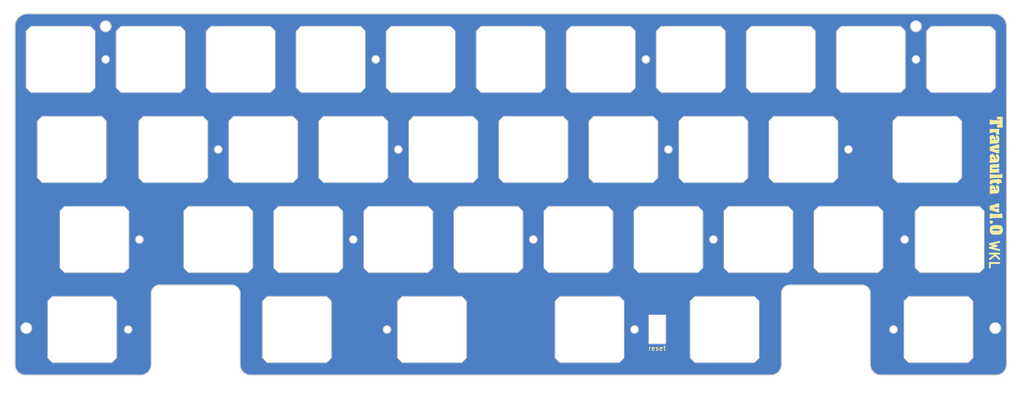
<source format=kicad_pcb>
(kicad_pcb (version 20221018) (generator pcbnew)
  (layers (0 "F.Cu" signal) (1 "In1.Cu" signal) (2 "In2.Cu" signal) (31 "B.Cu" signal) (34 "B.Paste" user) (35 "F.Paste" user) (36 "B.SilkS" user "B.Silkscreen") (37 "F.SilkS" user "F.Silkscreen") (38 "B.Mask" user) (39 "F.Mask" user) (44 "Edge.Cuts" user))
  (net 0 "")
  (net 1 "GND")
  (footprint "cipulot_parts:ecs_plate_cut_1U" (layer "F.Cu") (at 194.47 114.3)
    (fp_text reference "REF**")
    (fp_text value "Value " hide)
    (fp_line (start -7.3 -6) (end -7.3 6) (stroke (width 0.12)) (layer "Edge.Cuts"))
    (fp_line (start -7.3 6) (end -6.3 7) (stroke (width 0.12)) (layer "Edge.Cuts"))
    (fp_line (start -6.3 -7) (end -7.3 -6) (stroke (width 0.12)) (layer "Edge.Cuts"))
    (fp_line (start -6.3 7) (end 6.3 7) (stroke (width 0.12)) (layer "Edge.Cuts"))
    (fp_line (start 6.3 -7) (end -6.3 -7) (stroke (width 0.12)) (layer "Edge.Cuts"))
    (fp_line (start 6.3 -7) (end 7.3 -6) (stroke (width 0.12)) (layer "Edge.Cuts"))
    (fp_line (start 6.3 7) (end 7.3 6) (stroke (width 0.12)) (layer "Edge.Cuts"))
    (fp_line (start 7.3 6) (end 7.3 -6) (stroke (width 0.12)) (layer "Edge.Cuts"))
  )
  (footprint "cipulot_parts:ecs_plate_cut_1U" (layer "F.Cu") (at 225.425 57.15)
    (fp_text reference "REF**")
    (fp_text value "Value " hide)
    (fp_line (start -7.3 -6) (end -7.3 6) (stroke (width 0.12)) (layer "Edge.Cuts"))
    (fp_line (start -7.3 6) (end -6.3 7) (stroke (width 0.12)) (layer "Edge.Cuts"))
    (fp_line (start -6.3 -7) (end -7.3 -6) (stroke (width 0.12)) (layer "Edge.Cuts"))
    (fp_line (start -6.3 7) (end 6.3 7) (stroke (width 0.12)) (layer "Edge.Cuts"))
    (fp_line (start 6.3 -7) (end -6.3 -7) (stroke (width 0.12)) (layer "Edge.Cuts"))
    (fp_line (start 6.3 -7) (end 7.3 -6) (stroke (width 0.12)) (layer "Edge.Cuts"))
    (fp_line (start 6.3 7) (end 7.3 6) (stroke (width 0.12)) (layer "Edge.Cuts"))
    (fp_line (start 7.3 6) (end 7.3 -6) (stroke (width 0.12)) (layer "Edge.Cuts"))
  )
  (footprint "cipulot_parts:ecs_plate_cut_1U" (layer "F.Cu") (at 77.7875 76.2)
    (fp_text reference "REF**")
    (fp_text value "Value " hide)
    (fp_line (start -7.3 -6) (end -7.3 6) (stroke (width 0.12)) (layer "Edge.Cuts"))
    (fp_line (start -7.3 6) (end -6.3 7) (stroke (width 0.12)) (layer "Edge.Cuts"))
    (fp_line (start -6.3 -7) (end -7.3 -6) (stroke (width 0.12)) (layer "Edge.Cuts"))
    (fp_line (start -6.3 7) (end 6.3 7) (stroke (width 0.12)) (layer "Edge.Cuts"))
    (fp_line (start 6.3 -7) (end -6.3 -7) (stroke (width 0.12)) (layer "Edge.Cuts"))
    (fp_line (start 6.3 -7) (end 7.3 -6) (stroke (width 0.12)) (layer "Edge.Cuts"))
    (fp_line (start 6.3 7) (end 7.3 6) (stroke (width 0.12)) (layer "Edge.Cuts"))
    (fp_line (start 7.3 6) (end 7.3 -6) (stroke (width 0.12)) (layer "Edge.Cuts"))
  )
  (footprint "cipulot_parts:ecs_plate_cut_1U" (layer "F.Cu") (at 206.375 57.15)
    (fp_text reference "REF**")
    (fp_text value "Value " hide)
    (fp_line (start -7.3 -6) (end -7.3 6) (stroke (width 0.12)) (layer "Edge.Cuts"))
    (fp_line (start -7.3 6) (end -6.3 7) (stroke (width 0.12)) (layer "Edge.Cuts"))
    (fp_line (start -6.3 -7) (end -7.3 -6) (stroke (width 0.12)) (layer "Edge.Cuts"))
    (fp_line (start -6.3 7) (end 6.3 7) (stroke (width 0.12)) (layer "Edge.Cuts"))
    (fp_line (start 6.3 -7) (end -6.3 -7) (stroke (width 0.12)) (layer "Edge.Cuts"))
    (fp_line (start 6.3 -7) (end 7.3 -6) (stroke (width 0.12)) (layer "Edge.Cuts"))
    (fp_line (start 6.3 7) (end 7.3 6) (stroke (width 0.12)) (layer "Edge.Cuts"))
    (fp_line (start 7.3 6) (end 7.3 -6) (stroke (width 0.12)) (layer "Edge.Cuts"))
  )
  (footprint "cipulot_parts:ecs_plate_cut_1U" (layer "F.Cu") (at 125.4125 95.25)
    (fp_text reference "REF**")
    (fp_text value "Value " hide)
    (fp_line (start -7.3 -6) (end -7.3 6) (stroke (width 0.12)) (layer "Edge.Cuts"))
    (fp_line (start -7.3 6) (end -6.3 7) (stroke (width 0.12)) (layer "Edge.Cuts"))
    (fp_line (start -6.3 -7) (end -7.3 -6) (stroke (width 0.12)) (layer "Edge.Cuts"))
    (fp_line (start -6.3 7) (end 6.3 7) (stroke (width 0.12)) (layer "Edge.Cuts"))
    (fp_line (start 6.3 -7) (end -6.3 -7) (stroke (width 0.12)) (layer "Edge.Cuts"))
    (fp_line (start 6.3 -7) (end 7.3 -6) (stroke (width 0.12)) (layer "Edge.Cuts"))
    (fp_line (start 6.3 7) (end 7.3 6) (stroke (width 0.12)) (layer "Edge.Cuts"))
    (fp_line (start 7.3 6) (end 7.3 -6) (stroke (width 0.12)) (layer "Edge.Cuts"))
  )
  (footprint "cipulot_parts:ecs_plate_cut_1U" (layer "F.Cu") (at 115.8875 76.2)
    (fp_text reference "REF**")
    (fp_text value "Value " hide)
    (fp_line (start -7.3 -6) (end -7.3 6) (stroke (width 0.12)) (layer "Edge.Cuts"))
    (fp_line (start -7.3 6) (end -6.3 7) (stroke (width 0.12)) (layer "Edge.Cuts"))
    (fp_line (start -6.3 -7) (end -7.3 -6) (stroke (width 0.12)) (layer "Edge.Cuts"))
    (fp_line (start -6.3 7) (end 6.3 7) (stroke (width 0.12)) (layer "Edge.Cuts"))
    (fp_line (start 6.3 -7) (end -6.3 -7) (stroke (width 0.12)) (layer "Edge.Cuts"))
    (fp_line (start 6.3 -7) (end 7.3 -6) (stroke (width 0.12)) (layer "Edge.Cuts"))
    (fp_line (start 6.3 7) (end 7.3 6) (stroke (width 0.12)) (layer "Edge.Cuts"))
    (fp_line (start 7.3 6) (end 7.3 -6) (stroke (width 0.12)) (layer "Edge.Cuts"))
  )
  (footprint "cipulot_parts:ecs_plate_cut_1U" (layer "F.Cu") (at 163.5125 95.25)
    (fp_text reference "REF**")
    (fp_text value "Value " hide)
    (fp_line (start -7.3 -6) (end -7.3 6) (stroke (width 0.12)) (layer "Edge.Cuts"))
    (fp_line (start -7.3 6) (end -6.3 7) (stroke (width 0.12)) (layer "Edge.Cuts"))
    (fp_line (start -6.3 -7) (end -7.3 -6) (stroke (width 0.12)) (layer "Edge.Cuts"))
    (fp_line (start -6.3 7) (end 6.3 7) (stroke (width 0.12)) (layer "Edge.Cuts"))
    (fp_line (start 6.3 -7) (end -6.3 -7) (stroke (width 0.12)) (layer "Edge.Cuts"))
    (fp_line (start 6.3 -7) (end 7.3 -6) (stroke (width 0.12)) (layer "Edge.Cuts"))
    (fp_line (start 6.3 7) (end 7.3 6) (stroke (width 0.12)) (layer "Edge.Cuts"))
    (fp_line (start 7.3 6) (end 7.3 -6) (stroke (width 0.12)) (layer "Edge.Cuts"))
  )
  (footprint "cipulot_parts:ecs_plate_cut_1U" (layer "F.Cu") (at 153.9875 76.2)
    (fp_text reference "REF**")
    (fp_text value "Value " hide)
    (fp_line (start -7.3 -6) (end -7.3 6) (stroke (width 0.12)) (layer "Edge.Cuts"))
    (fp_line (start -7.3 6) (end -6.3 7) (stroke (width 0.12)) (layer "Edge.Cuts"))
    (fp_line (start -6.3 -7) (end -7.3 -6) (stroke (width 0.12)) (layer "Edge.Cuts"))
    (fp_line (start -6.3 7) (end 6.3 7) (stroke (width 0.12)) (layer "Edge.Cuts"))
    (fp_line (start 6.3 -7) (end -6.3 -7) (stroke (width 0.12)) (layer "Edge.Cuts"))
    (fp_line (start 6.3 -7) (end 7.3 -6) (stroke (width 0.12)) (layer "Edge.Cuts"))
    (fp_line (start 6.3 7) (end 7.3 6) (stroke (width 0.12)) (layer "Edge.Cuts"))
    (fp_line (start 7.3 6) (end 7.3 -6) (stroke (width 0.12)) (layer "Edge.Cuts"))
  )
  (footprint "cipulot_parts:ecs_plate_cut_1U" (layer "F.Cu") (at 168.275 57.15)
    (fp_text reference "REF**")
    (fp_text value "Value " hide)
    (fp_line (start -7.3 -6) (end -7.3 6) (stroke (width 0.12)) (layer "Edge.Cuts"))
    (fp_line (start -7.3 6) (end -6.3 7) (stroke (width 0.12)) (layer "Edge.Cuts"))
    (fp_line (start -6.3 -7) (end -7.3 -6) (stroke (width 0.12)) (layer "Edge.Cuts"))
    (fp_line (start -6.3 7) (end 6.3 7) (stroke (width 0.12)) (layer "Edge.Cuts"))
    (fp_line (start 6.3 -7) (end -6.3 -7) (stroke (width 0.12)) (layer "Edge.Cuts"))
    (fp_line (start 6.3 -7) (end 7.3 -6) (stroke (width 0.12)) (layer "Edge.Cuts"))
    (fp_line (start 6.3 7) (end 7.3 6) (stroke (width 0.12)) (layer "Edge.Cuts"))
    (fp_line (start 7.3 6) (end 7.3 -6) (stroke (width 0.12)) (layer "Edge.Cuts"))
  )
  (footprint "cipulot_parts:ecs_plate_cut_1U" (layer "F.Cu") (at 134.9375 76.2)
    (fp_text reference "REF**")
    (fp_text value "Value " hide)
    (fp_line (start -7.3 -6) (end -7.3 6) (stroke (width 0.12)) (layer "Edge.Cuts"))
    (fp_line (start -7.3 6) (end -6.3 7) (stroke (width 0.12)) (layer "Edge.Cuts"))
    (fp_line (start -6.3 -7) (end -7.3 -6) (stroke (width 0.12)) (layer "Edge.Cuts"))
    (fp_line (start -6.3 7) (end 6.3 7) (stroke (width 0.12)) (layer "Edge.Cuts"))
    (fp_line (start 6.3 -7) (end -6.3 -7) (stroke (width 0.12)) (layer "Edge.Cuts"))
    (fp_line (start 6.3 -7) (end 7.3 -6) (stroke (width 0.12)) (layer "Edge.Cuts"))
    (fp_line (start 6.3 7) (end 7.3 6) (stroke (width 0.12)) (layer "Edge.Cuts"))
    (fp_line (start 7.3 6) (end 7.3 -6) (stroke (width 0.12)) (layer "Edge.Cuts"))
  )
  (footprint "cipulot_parts:ecs_plate_cut_1U" (layer "F.Cu") (at 130.175 57.15)
    (fp_text reference "REF**")
    (fp_text value "Value " hide)
    (fp_line (start -7.3 -6) (end -7.3 6) (stroke (width 0.12)) (layer "Edge.Cuts"))
    (fp_line (start -7.3 6) (end -6.3 7) (stroke (width 0.12)) (layer "Edge.Cuts"))
    (fp_line (start -6.3 -7) (end -7.3 -6) (stroke (width 0.12)) (layer "Edge.Cuts"))
    (fp_line (start -6.3 7) (end 6.3 7) (stroke (width 0.12)) (layer "Edge.Cuts"))
    (fp_line (start 6.3 -7) (end -6.3 -7) (stroke (width 0.12)) (layer "Edge.Cuts"))
    (fp_line (start 6.3 -7) (end 7.3 -6) (stroke (width 0.12)) (layer "Edge.Cuts"))
    (fp_line (start 6.3 7) (end 7.3 6) (stroke (width 0.12)) (layer "Edge.Cuts"))
    (fp_line (start 7.3 6) (end 7.3 -6) (stroke (width 0.12)) (layer "Edge.Cuts"))
  )
  (footprint "cipulot_parts:ecs_plate_cut_1U" (layer "F.Cu") (at 220.6625 95.25)
    (fp_text reference "REF**")
    (fp_text value "Value " hide)
    (fp_line (start -7.3 -6) (end -7.3 6) (stroke (width 0.12)) (layer "Edge.Cuts"))
    (fp_line (start -7.3 6) (end -6.3 7) (stroke (width 0.12)) (layer "Edge.Cuts"))
    (fp_line (start -6.3 -7) (end -7.3 -6) (stroke (width 0.12)) (layer "Edge.Cuts"))
    (fp_line (start -6.3 7) (end 6.3 7) (stroke (width 0.12)) (layer "Edge.Cuts"))
    (fp_line (start 6.3 -7) (end -6.3 -7) (stroke (width 0.12)) (layer "Edge.Cuts"))
    (fp_line (start 6.3 -7) (end 7.3 -6) (stroke (width 0.12)) (layer "Edge.Cuts"))
    (fp_line (start 6.3 7) (end 7.3 6) (stroke (width 0.12)) (layer "Edge.Cuts"))
    (fp_line (start 7.3 6) (end 7.3 -6) (stroke (width 0.12)) (layer "Edge.Cuts"))
  )
  (footprint "cipulot_parts:ecs_plate_cut_1U" (layer "F.Cu") (at 92.075 57.15)
    (fp_text reference "REF**")
    (fp_text value "Value " hide)
    (fp_line (start -7.3 -6) (end -7.3 6) (stroke (width 0.12)) (layer "Edge.Cuts"))
    (fp_line (start -7.3 6) (end -6.3 7) (stroke (width 0.12)) (layer "Edge.Cuts"))
    (fp_line (start -6.3 -7) (end -7.3 -6) (stroke (width 0.12)) (layer "Edge.Cuts"))
    (fp_line (start -6.3 7) (end 6.3 7) (stroke (width 0.12)) (layer "Edge.Cuts"))
    (fp_line (start 6.3 -7) (end -6.3 -7) (stroke (width 0.12)) (layer "Edge.Cuts"))
    (fp_line (start 6.3 -7) (end 7.3 -6) (stroke (width 0.12)) (layer "Edge.Cuts"))
    (fp_line (start 6.3 7) (end 7.3 6) (stroke (width 0.12)) (layer "Edge.Cuts"))
    (fp_line (start 7.3 6) (end 7.3 -6) (stroke (width 0.12)) (layer "Edge.Cuts"))
  )
  (footprint "cipulot_parts:ecs_plate_cut_1U" (layer "F.Cu") (at 58.53125 114.3)
    (fp_text reference "REF**")
    (fp_text value "Value " hide)
    (fp_line (start -7.3 -6) (end -7.3 6) (stroke (width 0.12)) (layer "Edge.Cuts"))
    (fp_line (start -7.3 6) (end -6.3 7) (stroke (width 0.12)) (layer "Edge.Cuts"))
    (fp_line (start -6.3 -7) (end -7.3 -6) (stroke (width 0.12)) (layer "Edge.Cuts"))
    (fp_line (start -6.3 7) (end 6.3 7) (stroke (width 0.12)) (layer "Edge.Cuts"))
    (fp_line (start 6.3 -7) (end -6.3 -7) (stroke (width 0.12)) (layer "Edge.Cuts"))
    (fp_line (start 6.3 -7) (end 7.3 -6) (stroke (width 0.12)) (layer "Edge.Cuts"))
    (fp_line (start 6.3 7) (end 7.3 6) (stroke (width 0.12)) (layer "Edge.Cuts"))
    (fp_line (start 7.3 6) (end 7.3 -6) (stroke (width 0.12)) (layer "Edge.Cuts"))
  )
  (footprint "cipulot_parts:ecs_plate_cut_1U" (layer "F.Cu") (at 87.3125 95.25)
    (fp_text reference "REF**")
    (fp_text value "Value " hide)
    (fp_line (start -7.3 -6) (end -7.3 6) (stroke (width 0.12)) (layer "Edge.Cuts"))
    (fp_line (start -7.3 6) (end -6.3 7) (stroke (width 0.12)) (layer "Edge.Cuts"))
    (fp_line (start -6.3 -7) (end -7.3 -6) (stroke (width 0.12)) (layer "Edge.Cuts"))
    (fp_line (start -6.3 7) (end 6.3 7) (stroke (width 0.12)) (layer "Edge.Cuts"))
    (fp_line (start 6.3 -7) (end -6.3 -7) (stroke (width 0.12)) (layer "Edge.Cuts"))
    (fp_line (start 6.3 -7) (end 7.3 -6) (stroke (width 0.12)) (layer "Edge.Cuts"))
    (fp_line (start 6.3 7) (end 7.3 6) (stroke (width 0.12)) (layer "Edge.Cuts"))
    (fp_line (start 7.3 6) (end 7.3 -6) (stroke (width 0.12)) (layer "Edge.Cuts"))
  )
  (footprint "cipulot_parts:ecs_plate_cut_1U" (layer "F.Cu") (at 53.975 57.15)
    (fp_text reference "REF**")
    (fp_text value "Value " hide)
    (fp_line (start -7.3 -6) (end -7.3 6) (stroke (width 0.12)) (layer "Edge.Cuts"))
    (fp_line (start -7.3 6) (end -6.3 7) (stroke (width 0.12)) (layer "Edge.Cuts"))
    (fp_line (start -6.3 -7) (end -7.3 -6) (stroke (width 0.12)) (layer "Edge.Cuts"))
    (fp_line (start -6.3 7) (end 6.3 7) (stroke (width 0.12)) (layer "Edge.Cuts"))
    (fp_line (start 6.3 -7) (end -6.3 -7) (stroke (width 0.12)) (layer "Edge.Cuts"))
    (fp_line (start 6.3 -7) (end 7.3 -6) (stroke (width 0.12)) (layer "Edge.Cuts"))
    (fp_line (start 6.3 7) (end 7.3 6) (stroke (width 0.12)) (layer "Edge.Cuts"))
    (fp_line (start 7.3 6) (end 7.3 -6) (stroke (width 0.12)) (layer "Edge.Cuts"))
  )
  (footprint "cipulot_parts:ecs_plate_cut_1U" (layer "F.Cu") (at 165.892 114.3)
    (fp_text reference "REF**")
    (fp_text value "Value " hide)
    (fp_line (start -7.3 -6) (end -7.3 6) (stroke (width 0.12)) (layer "Edge.Cuts"))
    (fp_line (start -7.3 6) (end -6.3 7) (stroke (width 0.12)) (layer "Edge.Cuts"))
    (fp_line (start -6.3 -7) (end -7.3 -6) (stroke (width 0.12)) (layer "Edge.Cuts"))
    (fp_line (start -6.3 7) (end 6.3 7) (stroke (width 0.12)) (layer "Edge.Cuts"))
    (fp_line (start 6.3 -7) (end -6.3 -7) (stroke (width 0.12)) (layer "Edge.Cuts"))
    (fp_line (start 6.3 -7) (end 7.3 -6) (stroke (width 0.12)) (layer "Edge.Cuts"))
    (fp_line (start 6.3 7) (end 7.3 6) (stroke (width 0.12)) (layer "Edge.Cuts"))
    (fp_line (start 7.3 6) (end 7.3 -6) (stroke (width 0.12)) (layer "Edge.Cuts"))
  )
  (footprint "cipulot_parts:ecs_plate_cut_1U" (layer "F.Cu") (at 182.5625 95.25)
    (fp_text reference "REF**")
    (fp_text value "Value " hide)
    (fp_line (start -7.3 -6) (end -7.3 6) (stroke (width 0.12)) (layer "Edge.Cuts"))
    (fp_line (start -7.3 6) (end -6.3 7) (stroke (width 0.12)) (layer "Edge.Cuts"))
    (fp_line (start -6.3 -7) (end -7.3 -6) (stroke (width 0.12)) (layer "Edge.Cuts"))
    (fp_line (start -6.3 7) (end 6.3 7) (stroke (width 0.12)) (layer "Edge.Cuts"))
    (fp_line (start 6.3 -7) (end -6.3 -7) (stroke (width 0.12)) (layer "Edge.Cuts"))
    (fp_line (start 6.3 -7) (end 7.3 -6) (stroke (width 0.12)) (layer "Edge.Cuts"))
    (fp_line (start 6.3 7) (end 7.3 6) (stroke (width 0.12)) (layer "Edge.Cuts"))
    (fp_line (start 7.3 6) (end 7.3 -6) (stroke (width 0.12)) (layer "Edge.Cuts"))
  )
  (footprint "LOGO" (layer "F.Cu") (at 251.908901 81.748493 -90)
    (fp_text reference "G***" hide)
    (fp_text value "LOGO" hide)
  )
  (footprint "cipulot_parts:ecs_plate_cut_1U" (layer "F.Cu") (at 144.4625 95.25)
    (fp_text reference "REF**")
    (fp_text value "Value " hide)
    (fp_line (start -7.3 -6) (end -7.3 6) (stroke (width 0.12)) (layer "Edge.Cuts"))
    (fp_line (start -7.3 6) (end -6.3 7) (stroke (width 0.12)) (layer "Edge.Cuts"))
    (fp_line (start -6.3 -7) (end -7.3 -6) (stroke (width 0.12)) (layer "Edge.Cuts"))
    (fp_line (start -6.3 7) (end 6.3 7) (stroke (width 0.12)) (layer "Edge.Cuts"))
    (fp_line (start 6.3 -7) (end -6.3 -7) (stroke (width 0.12)) (layer "Edge.Cuts"))
    (fp_line (start 6.3 -7) (end 7.3 -6) (stroke (width 0.12)) (layer "Edge.Cuts"))
    (fp_line (start 6.3 7) (end 7.3 6) (stroke (width 0.12)) (layer "Edge.Cuts"))
    (fp_line (start 7.3 6) (end 7.3 -6) (stroke (width 0.12)) (layer "Edge.Cuts"))
  )
  (footprint "cipulot_parts:ecs_plate_cut_1U" (layer "F.Cu") (at 173.0375 76.2)
    (fp_text reference "REF**")
    (fp_text value "Value " hide)
    (fp_line (start -7.3 -6) (end -7.3 6) (stroke (width 0.12)) (layer "Edge.Cuts"))
    (fp_line (start -7.3 6) (end -6.3 7) (stroke (width 0.12)) (layer "Edge.Cuts"))
    (fp_line (start -6.3 -7) (end -7.3 -6) (stroke (width 0.12)) (layer "Edge.Cuts"))
    (fp_line (start -6.3 7) (end 6.3 7) (stroke (width 0.12)) (layer "Edge.Cuts"))
    (fp_line (start 6.3 -7) (end -6.3 -7) (stroke (width 0.12)) (layer "Edge.Cuts"))
    (fp_line (start 6.3 -7) (end 7.3 -6) (stroke (width 0.12)) (layer "Edge.Cuts"))
    (fp_line (start 6.3 7) (end 7.3 6) (stroke (width 0.12)) (layer "Edge.Cuts"))
    (fp_line (start 7.3 6) (end 7.3 -6) (stroke (width 0.12)) (layer "Edge.Cuts"))
  )
  (footprint "cipulot_parts:ecs_plate_cut_1U" (layer "F.Cu") (at 149.225 57.15)
    (fp_text reference "REF**")
    (fp_text value "Value " hide)
    (fp_line (start -7.3 -6) (end -7.3 6) (stroke (width 0.12)) (layer "Edge.Cuts"))
    (fp_line (start -7.3 6) (end -6.3 7) (stroke (width 0.12)) (layer "Edge.Cuts"))
    (fp_line (start -6.3 -7) (end -7.3 -6) (stroke (width 0.12)) (layer "Edge.Cuts"))
    (fp_line (start -6.3 7) (end 6.3 7) (stroke (width 0.12)) (layer "Edge.Cuts"))
    (fp_line (start 6.3 -7) (end -6.3 -7) (stroke (width 0.12)) (layer "Edge.Cuts"))
    (fp_line (start 6.3 -7) (end 7.3 -6) (stroke (width 0.12)) (layer "Edge.Cuts"))
    (fp_line (start 6.3 7) (end 7.3 6) (stroke (width 0.12)) (layer "Edge.Cuts"))
    (fp_line (start 7.3 6) (end 7.3 -6) (stroke (width 0.12)) (layer "Edge.Cuts"))
  )
  (footprint "cipulot_parts:ecs_plate_cut_1U" (layer "F.Cu") (at 73.025 57.15)
    (fp_text reference "REF**")
    (fp_text value "Value " hide)
    (fp_line (start -7.3 -6) (end -7.3 6) (stroke (width 0.12)) (layer "Edge.Cuts"))
    (fp_line (start -7.3 6) (end -6.3 7) (stroke (width 0.12)) (layer "Edge.Cuts"))
    (fp_line (start -6.3 -7) (end -7.3 -6) (stroke (width 0.12)) (layer "Edge.Cuts"))
    (fp_line (start -6.3 7) (end 6.3 7) (stroke (width 0.12)) (layer "Edge.Cuts"))
    (fp_line (start 6.3 -7) (end -6.3 -7) (stroke (width 0.12)) (layer "Edge.Cuts"))
    (fp_line (start 6.3 -7) (end 7.3 -6) (stroke (width 0.12)) (layer "Edge.Cuts"))
    (fp_line (start 6.3 7) (end 7.3 6) (stroke (width 0.12)) (layer "Edge.Cuts"))
    (fp_line (start 7.3 6) (end 7.3 -6) (stroke (width 0.12)) (layer "Edge.Cuts"))
  )
  (footprint "cipulot_parts:ecs_plate_cut_1U" (layer "F.Cu") (at 237.33 76.2)
    (fp_text reference "REF**")
    (fp_text value "Value " hide)
    (fp_line (start -7.3 -6) (end -7.3 6) (stroke (width 0.12)) (layer "Edge.Cuts"))
    (fp_line (start -7.3 6) (end -6.3 7) (stroke (width 0.12)) (layer "Edge.Cuts"))
    (fp_line (start -6.3 -7) (end -7.3 -6) (stroke (width 0.12)) (layer "Edge.Cuts"))
    (fp_line (start -6.3 7) (end 6.3 7) (stroke (width 0.12)) (layer "Edge.Cuts"))
    (fp_line (start 6.3 -7) (end -6.3 -7) (stroke (width 0.12)) (layer "Edge.Cuts"))
    (fp_line (start 6.3 -7) (end 7.3 -6) (stroke (width 0.12)) (layer "Edge.Cuts"))
    (fp_line (start 6.3 7) (end 7.3 6) (stroke (width 0.12)) (layer "Edge.Cuts"))
    (fp_line (start 7.3 6) (end 7.3 -6) (stroke (width 0.12)) (layer "Edge.Cuts"))
  )
  (footprint "cipulot_parts:ecs_plate_cut_1U" (layer "F.Cu") (at 103.98 114.3)
    (fp_text reference "REF**")
    (fp_text value "Value " hide)
    (fp_line (start -7.3 -6) (end -7.3 6) (stroke (width 0.12)) (layer "Edge.Cuts"))
    (fp_line (start -7.3 6) (end -6.3 7) (stroke (width 0.12)) (layer "Edge.Cuts"))
    (fp_line (start -6.3 -7) (end -7.3 -6) (stroke (width 0.12)) (layer "Edge.Cuts"))
    (fp_line (start -6.3 7) (end 6.3 7) (stroke (width 0.12)) (layer "Edge.Cuts"))
    (fp_line (start 6.3 -7) (end -6.3 -7) (stroke (width 0.12)) (layer "Edge.Cuts"))
    (fp_line (start 6.3 -7) (end 7.3 -6) (stroke (width 0.12)) (layer "Edge.Cuts"))
    (fp_line (start 6.3 7) (end 7.3 6) (stroke (width 0.12)) (layer "Edge.Cuts"))
    (fp_line (start 7.3 6) (end 7.3 -6) (stroke (width 0.12)) (layer "Edge.Cuts"))
  )
  (footprint "cipulot_parts:ecs_plate_cut_1U" (layer "F.Cu") (at 239.7125 114.3)
    (fp_text reference "REF**")
    (fp_text value "Value " hide)
    (fp_line (start -7.3 -6) (end -7.3 6) (stroke (width 0.12)) (layer "Edge.Cuts"))
    (fp_line (start -7.3 6) (end -6.3 7) (stroke (width 0.12)) (layer "Edge.Cuts"))
    (fp_line (start -6.3 -7) (end -7.3 -6) (stroke (width 0.12)) (layer "Edge.Cuts"))
    (fp_line (start -6.3 7) (end 6.3 7) (stroke (width 0.12)) (layer "Edge.Cuts"))
    (fp_line (start 6.3 -7) (end -6.3 -7) (stroke (width 0.12)) (layer "Edge.Cuts"))
    (fp_line (start 6.3 -7) (end 7.3 -6) (stroke (width 0.12)) (layer "Edge.Cuts"))
    (fp_line (start 6.3 7) (end 7.3 6) (stroke (width 0.12)) (layer "Edge.Cuts"))
    (fp_line (start 7.3 6) (end 7.3 -6) (stroke (width 0.12)) (layer "Edge.Cuts"))
  )
  (footprint "cipulot_parts:ecs_plate_cut_1U" (layer "F.Cu") (at 192.0875 76.2)
    (fp_text reference "REF**")
    (fp_text value "Value " hide)
    (fp_line (start -7.3 -6) (end -7.3 6) (stroke (width 0.12)) (layer "Edge.Cuts"))
    (fp_line (start -7.3 6) (end -6.3 7) (stroke (width 0.12)) (layer "Edge.Cuts"))
    (fp_line (start -6.3 -7) (end -7.3 -6) (stroke (width 0.12)) (layer "Edge.Cuts"))
    (fp_line (start -6.3 7) (end 6.3 7) (stroke (width 0.12)) (layer "Edge.Cuts"))
    (fp_line (start 6.3 -7) (end -6.3 -7) (stroke (width 0.12)) (layer "Edge.Cuts"))
    (fp_line (start 6.3 -7) (end 7.3 -6) (stroke (width 0.12)) (layer "Edge.Cuts"))
    (fp_line (start 6.3 7) (end 7.3 6) (stroke (width 0.12)) (layer "Edge.Cuts"))
    (fp_line (start 7.3 6) (end 7.3 -6) (stroke (width 0.12)) (layer "Edge.Cuts"))
  )
  (footprint "cipulot_parts:ecs_plate_cut_1U" (layer "F.Cu") (at 242.095 95.25)
    (fp_text reference "REF**")
    (fp_text value "Value " hide)
    (fp_line (start -7.3 -6) (end -7.3 6) (stroke (width 0.12)) (layer "Edge.Cuts"))
    (fp_line (start -7.3 6) (end -6.3 7) (stroke (width 0.12)) (layer "Edge.Cuts"))
    (fp_line (start -6.3 -7) (end -7.3 -6) (stroke (width 0.12)) (layer "Edge.Cuts"))
    (fp_line (start -6.3 7) (end 6.3 7) (stroke (width 0.12)) (layer "Edge.Cuts"))
    (fp_line (start 6.3 -7) (end -6.3 -7) (stroke (width 0.12)) (layer "Edge.Cuts"))
    (fp_line (start 6.3 -7) (end 7.3 -6) (stroke (width 0.12)) (layer "Edge.Cuts"))
    (fp_line (start 6.3 7) (end 7.3 6) (stroke (width 0.12)) (layer "Edge.Cuts"))
    (fp_line (start 7.3 6) (end 7.3 -6) (stroke (width 0.12)) (layer "Edge.Cuts"))
  )
  (footprint "cipulot_parts:ecs_plate_cut_1U" (layer "F.Cu") (at 187.325 57.15)
    (fp_text reference "REF**")
    (fp_text value "Value " hide)
    (fp_line (start -7.3 -6) (end -7.3 6) (stroke (width 0.12)) (layer "Edge.Cuts"))
    (fp_line (start -7.3 6) (end -6.3 7) (stroke (width 0.12)) (layer "Edge.Cuts"))
    (fp_line (start -6.3 -7) (end -7.3 -6) (stroke (width 0.12)) (layer "Edge.Cuts"))
    (fp_line (start -6.3 7) (end 6.3 7) (stroke (width 0.12)) (layer "Edge.Cuts"))
    (fp_line (start 6.3 -7) (end -6.3 -7) (stroke (width 0.12)) (layer "Edge.Cuts"))
    (fp_line (start 6.3 -7) (end 7.3 -6) (stroke (width 0.12)) (layer "Edge.Cuts"))
    (fp_line (start 6.3 7) (end 7.3 6) (stroke (width 0.12)) (layer "Edge.Cuts"))
    (fp_line (start 7.3 6) (end 7.3 -6) (stroke (width 0.12)) (layer "Edge.Cuts"))
  )
  (footprint "cipulot_parts:ecs_plate_cut_1U" (layer "F.Cu") (at 201.6125 95.25)
    (fp_text reference "REF**")
    (fp_text value "Value " hide)
    (fp_line (start -7.3 -6) (end -7.3 6) (stroke (width 0.12)) (layer "Edge.Cuts"))
    (fp_line (start -7.3 6) (end -6.3 7) (stroke (width 0.12)) (layer "Edge.Cuts"))
    (fp_line (start -6.3 -7) (end -7.3 -6) (stroke (width 0.12)) (layer "Edge.Cuts"))
    (fp_line (start -6.3 7) (end 6.3 7) (stroke (width 0.12)) (layer "Edge.Cuts"))
    (fp_line (start 6.3 -7) (end -6.3 -7) (stroke (width 0.12)) (layer "Edge.Cuts"))
    (fp_line (start 6.3 -7) (end 7.3 -6) (stroke (width 0.12)) (layer "Edge.Cuts"))
    (fp_line (start 6.3 7) (end 7.3 6) (stroke (width 0.12)) (layer "Edge.Cuts"))
    (fp_line (start 7.3 6) (end 7.3 -6) (stroke (width 0.12)) (layer "Edge.Cuts"))
  )
  (footprint "cipulot_parts:ecs_plate_cut_1U" (layer "F.Cu") (at 61.12 95.25)
    (fp_text reference "REF**")
    (fp_text value "Value " hide)
    (fp_line (start -7.3 -6) (end -7.3 6) (stroke (width 0.12)) (layer "Edge.Cuts"))
    (fp_line (start -7.3 6) (end -6.3 7) (stroke (width 0.12)) (layer "Edge.Cuts"))
    (fp_line (start -6.3 -7) (end -7.3 -6) (stroke (width 0.12)) (layer "Edge.Cuts"))
    (fp_line (start -6.3 7) (end 6.3 7) (stroke (width 0.12)) (layer "Edge.Cuts"))
    (fp_line (start 6.3 -7) (end -6.3 -7) (stroke (width 0.12)) (layer "Edge.Cuts"))
    (fp_line (start 6.3 -7) (end 7.3 -6) (stroke (width 0.12)) (layer "Edge.Cuts"))
    (fp_line (start 6.3 7) (end 7.3 6) (stroke (width 0.12)) (layer "Edge.Cuts"))
    (fp_line (start 7.3 6) (end 7.3 -6) (stroke (width 0.12)) (layer "Edge.Cuts"))
  )
  (footprint "cipulot_parts:ecs_plate_cut_1U" (layer "F.Cu") (at 56.358 76.2)
    (fp_text reference "REF**")
    (fp_text value "Value " hide)
    (fp_line (start -7.3 -6) (end -7.3 6) (stroke (width 0.12)) (layer "Edge.Cuts"))
    (fp_line (start -7.3 6) (end -6.3 7) (stroke (width 0.12)) (layer "Edge.Cuts"))
    (fp_line (start -6.3 -7) (end -7.3 -6) (stroke (width 0.12)) (layer "Edge.Cuts"))
    (fp_line (start -6.3 7) (end 6.3 7) (stroke (width 0.12)) (layer "Edge.Cuts"))
    (fp_line (start 6.3 -7) (end -6.3 -7) (stroke (width 0.12)) (layer "Edge.Cuts"))
    (fp_line (start 6.3 -7) (end 7.3 -6) (stroke (width 0.12)) (layer "Edge.Cuts"))
    (fp_line (start 6.3 7) (end 7.3 6) (stroke (width 0.12)) (layer "Edge.Cuts"))
    (fp_line (start 7.3 6) (end 7.3 -6) (stroke (width 0.12)) (layer "Edge.Cuts"))
  )
  (footprint "cipulot_parts:ecs_plate_cut_1U" (layer "F.Cu") (at 244.475 57.15)
    (fp_text reference "REF**")
    (fp_text value "Value " hide)
    (fp_line (start -7.3 -6) (end -7.3 6) (stroke (width 0.12)) (layer "Edge.Cuts"))
    (fp_line (start -7.3 6) (end -6.3 7) (stroke (width 0.12)) (layer "Edge.Cuts"))
    (fp_line (start -6.3 -7) (end -7.3 -6) (stroke (width 0.12)) (layer "Edge.Cuts"))
    (fp_line (start -6.3 7) (end 6.3 7) (stroke (width 0.12)) (layer "Edge.Cuts"))
    (fp_line (start 6.3 -7) (end -6.3 -7) (stroke (width 0.12)) (layer "Edge.Cuts"))
    (fp_line (start 6.3 -7) (end 7.3 -6) (stroke (width 0.12)) (layer "Edge.Cuts"))
    (fp_line (start 6.3 7) (end 7.3 6) (stroke (width 0.12)) (layer "Edge.Cuts"))
    (fp_line (start 7.3 6) (end 7.3 -6) (stroke (width 0.12)) (layer "Edge.Cuts"))
  )
  (footprint "cipulot_parts:ecs_plate_cut_1U" (layer "F.Cu") (at 211.1375 76.2)
    (fp_text reference "REF**")
    (fp_text value "Value " hide)
    (fp_line (start -7.3 -6) (end -7.3 6) (stroke (width 0.12)) (layer "Edge.Cuts"))
    (fp_line (start -7.3 6) (end -6.3 7) (stroke (width 0.12)) (layer "Edge.Cuts"))
    (fp_line (start -6.3 -7) (end -7.3 -6) (stroke (width 0.12)) (layer "Edge.Cuts"))
    (fp_line (start -6.3 7) (end 6.3 7) (stroke (width 0.12)) (layer "Edge.Cuts"))
    (fp_line (start 6.3 -7) (end -6.3 -7) (stroke (width 0.12)) (layer "Edge.Cuts"))
    (fp_line (start 6.3 -7) (end 7.3 -6) (stroke (width 0.12)) (layer "Edge.Cuts"))
    (fp_line (start 6.3 7) (end 7.3 6) (stroke (width 0.12)) (layer "Edge.Cuts"))
    (fp_line (start 7.3 6) (end 7.3 -6) (stroke (width 0.12)) (layer "Edge.Cuts"))
  )
  (footprint "cipulot_parts:ecs_plate_cut_1U" (layer "F.Cu") (at 111.125 57.15)
    (fp_text reference "REF**")
    (fp_text value "Value " hide)
    (fp_line (start -7.3 -6) (end -7.3 6) (stroke (width 0.12)) (layer "Edge.Cuts"))
    (fp_line (start -7.3 6) (end -6.3 7) (stroke (width 0.12)) (layer "Edge.Cuts"))
    (fp_line (start -6.3 -7) (end -7.3 -6) (stroke (width 0.12)) (layer "Edge.Cuts"))
    (fp_line (start -6.3 7) (end 6.3 7) (stroke (width 0.12)) (layer "Edge.Cuts"))
    (fp_line (start 6.3 -7) (end -6.3 -7) (stroke (width 0.12)) (layer "Edge.Cuts"))
    (fp_line (start 6.3 -7) (end 7.3 -6) (stroke (width 0.12)) (layer "Edge.Cuts"))
    (fp_line (start 6.3 7) (end 7.3 6) (stroke (width 0.12)) (layer "Edge.Cuts"))
    (fp_line (start 7.3 6) (end 7.3 -6) (stroke (width 0.12)) (layer "Edge.Cuts"))
  )
  (footprint "cipulot_parts:ecs_plate_cut_1U" (layer "F.Cu") (at 106.3625 95.25)
    (fp_text reference "REF**")
    (fp_text value "Value " hide)
    (fp_line (start -7.3 -6) (end -7.3 6) (stroke (width 0.12)) (layer "Edge.Cuts"))
    (fp_line (start -7.3 6) (end -6.3 7) (stroke (width 0.12)) (layer "Edge.Cuts"))
    (fp_line (start -6.3 -7) (end -7.3 -6) (stroke (width 0.12)) (layer "Edge.Cuts"))
    (fp_line (start -6.3 7) (end 6.3 7) (stroke (width 0.12)) (layer "Edge.Cuts"))
    (fp_line (start 6.3 -7) (end -6.3 -7) (stroke (width 0.12)) (layer "Edge.Cuts"))
    (fp_line (start 6.3 -7) (end 7.3 -6) (stroke (width 0.12)) (layer "Edge.Cuts"))
    (fp_line (start 6.3 7) (end 7.3 6) (stroke (width 0.12)) (layer "Edge.Cuts"))
    (fp_line (start 7.3 6) (end 7.3 -6) (stroke (width 0.12)) (layer "Edge.Cuts"))
  )
  (footprint "cipulot_parts:ecs_plate_cut_1U" (layer "F.Cu") (at 96.8375 76.2)
    (fp_text reference "REF**")
    (fp_text value "Value " hide)
    (fp_line (start -7.3 -6) (end -7.3 6) (stroke (width 0.12)) (layer "Edge.Cuts"))
    (fp_line (start -7.3 6) (end -6.3 7) (stroke (width 0.12)) (layer "Edge.Cuts"))
    (fp_line (start -6.3 -7) (end -7.3 -6) (stroke (width 0.12)) (layer "Edge.Cuts"))
    (fp_line (start -6.3 7) (end 6.3 7) (stroke (width 0.12)) (layer "Edge.Cuts"))
    (fp_line (start 6.3 -7) (end -6.3 -7) (stroke (width 0.12)) (layer "Edge.Cuts"))
    (fp_line (start 6.3 -7) (end 7.3 -6) (stroke (width 0.12)) (layer "Edge.Cuts"))
    (fp_line (start 6.3 7) (end 7.3 6) (stroke (width 0.12)) (layer "Edge.Cuts"))
    (fp_line (start 7.3 6) (end 7.3 -6) (stroke (width 0.12)) (layer "Edge.Cuts"))
  )
  (footprint "cipulot_parts:ecs_plate_cut_1U" (layer "F.Cu") (at 132.555 114.3)
    (fp_text reference "REF**")
    (fp_text value "Value " hide)
    (fp_line (start -7.3 -6) (end -7.3 6) (stroke (width 0.12)) (layer "Edge.Cuts"))
    (fp_line (start -7.3 6) (end -6.3 7) (stroke (width 0.12)) (layer "Edge.Cuts"))
    (fp_line (start -6.3 -7) (end -7.3 -6) (stroke (width 0.12)) (layer "Edge.Cuts"))
    (fp_line (start -6.3 7) (end 6.3 7) (stroke (width 0.12)) (layer "Edge.Cuts"))
    (fp_line (start 6.3 -7) (end -6.3 -7) (stroke (width 0.12)) (layer "Edge.Cuts"))
    (fp_line (start 6.3 -7) (end 7.3 -6) (stroke (width 0.12)) (layer "Edge.Cuts"))
    (fp_line (start 6.3 7) (end 7.3 6) (stroke (width 0.12)) (layer "Edge.Cuts"))
    (fp_line (start 7.3 6) (end 7.3 -6) (stroke (width 0.12)) (layer "Edge.Cuts"))
  )
  (gr_circle (center 177.8 57.15) (end 178.6 57.15) (stroke (width 0.2)) (fill none) (layer "Edge.Cuts"))
  (gr_circle (center 175.41875 114.3) (end 176.21875 114.3) (stroke (width 0.2)) (fill none) (layer "Edge.Cuts"))
  (gr_arc (start 254.119326 121.693572) (mid 253.460299 123.28453) (end 251.869326 123.943572) (stroke (width 0.2)) (layer "Edge.Cuts"))
  (gr_circle (center 70.64375 95.25) (end 71.44375 95.25) (stroke (width 0.2)) (fill none) (layer "Edge.Cuts"))
  (gr_circle (center 153.9875 95.25) (end 154.7875 95.25) (stroke (width 0.2)) (fill none) (layer "Edge.Cuts"))
  (gr_arc (start 206.494326 121.693572) (mid 205.835299 123.28453) (end 204.244326 123.943572) (stroke (width 0.2)) (layer "Edge.Cuts"))
  (gr_arc (start 206.494326 106.643572) (mid 207.006871 105.406103) (end 208.244326 104.893572) (stroke (width 0.2)) (layer "Edge.Cuts"))
  (gr_circle (center 125.4125 76.2) (end 126.2125 76.2) (stroke (width 0.2)) (fill none) (layer "Edge.Cuts"))
  (gr_line (start 208.244326 104.893572) (end 223.544326 104.893572) (stroke (width 0.2)) (layer "Edge.Cuts"))
  (gr_arc (start 94.194326 123.943572) (mid 92.603318 123.284565) (end 91.944326 121.693572) (stroke (width 0.2)) (layer "Edge.Cuts"))
  (gr_arc (start 44.319326 50.143572) (mid 45.095493 48.269739) (end 46.969326 47.493572) (stroke (width 0.2)) (layer "Edge.Cuts"))
  (gr_line (start 91.944326 106.643572) (end 91.944326 121.693572) (stroke (width 0.2)) (layer "Edge.Cuts"))
  (gr_arc (start 227.544326 123.943572) (mid 225.953318 123.284565) (end 225.294326 121.693572) (stroke (width 0.2)) (layer "Edge.Cuts"))
  (gr_circle (center 230.1875 114.3) (end 230.9875 114.3) (stroke (width 0.2)) (fill none) (layer "Edge.Cuts"))
  (gr_circle (center 232.56875 95.25) (end 233.36875 95.25) (stroke (width 0.2)) (fill none) (layer "Edge.Cuts"))
  (gr_circle (center 123.03125 114.3) (end 123.83125 114.3) (stroke (width 0.2)) (fill none) (layer "Edge.Cuts"))
  (gr_line (start 94.194326 123.943572) (end 204.244326 123.943572) (stroke (width 0.2)) (layer "Edge.Cuts"))
  (gr_circle (center 46.710326 114.002572) (end 47.860326 114.002572) (stroke (width 0.2)) (fill none) (layer "Edge.Cuts"))
  (gr_circle (center 182.5625 76.2) (end 183.3625 76.2) (stroke (width 0.2)) (fill none) (layer "Edge.Cuts"))
  (gr_arc (start 90.194326 104.893572) (mid 91.431745 105.406138) (end 91.944326 106.643572) (stroke (width 0.2)) (layer "Edge.Cuts"))
  (gr_circle (center 234.944326 50.143572) (end 236.094326 50.143572) (stroke (width 0.2)) (fill none) (layer "Edge.Cuts"))
  (gr_line (start 251.469326 47.493572) (end 46.969326 47.493572) (stroke (width 0.2)) (layer "Edge.Cuts"))
  (gr_circle (center 68.2625 114.3) (end 69.0625 114.3) (stroke (width 0.2)) (fill none) (layer "Edge.Cuts"))
  (gr_circle (center 63.5 57.15) (end 64.3 57.15) (stroke (width 0.2)) (fill none) (layer "Edge.Cuts"))
  (gr_arc (start 223.544326 104.893572) (mid 224.781745 105.406138) (end 225.294326 106.643572) (stroke (width 0.2)) (layer "Edge.Cuts"))
  (gr_arc (start 46.569326 123.943572) (mid 44.978318 123.284565) (end 44.319326 121.693572) (stroke (width 0.2)) (layer "Edge.Cuts"))
  (gr_circle (center 251.728701 114.002572) (end 252.878701 114.002572) (stroke (width 0.2)) (fill none) (layer "Edge.Cuts"))
  (gr_arc (start 73.144326 106.643572) (mid 73.656871 105.406103) (end 74.894326 104.893572) (stroke (width 0.2)) (layer "Edge.Cuts"))
  (gr_circle (center 192.0875 95.25) (end 192.8875 95.25) (stroke (width 0.2)) (fill none) (layer "Edge.Cuts"))
  (gr_line (start 46.569326 123.943572) (end 70.894326 123.943572) (stroke (width 0.2)) (layer "Edge.Cuts"))
  (gr_line (start 227.544326 123.943572) (end 251.869326 123.943572) (stroke (width 0.2)) (layer "Edge.Cuts"))
  (gr_rect (start 178.396424 111.198997) (end 182.010961 117.333886) (stroke (width 0.1)) (fill none) (layer "Edge.Cuts"))
  (gr_line (start 254.119326 121.693572) (end 254.119326 50.143572) (stroke (width 0.2)) (layer "Edge.Cuts"))
  (gr_line (start 73.144326 121.693572) (end 73.144326 106.643572) (stroke (width 0.2)) (layer "Edge.Cuts"))
  (gr_line (start 206.494326 121.693572) (end 206.494326 106.643572) (stroke (width 0.2)) (layer "Edge.Cuts"))
  (gr_circle (center 63.494326 50.143572) (end 64.644326 50.143572) (stroke (width 0.2)) (fill none) (layer "Edge.Cuts"))
  (gr_line (start 225.294326 106.643572) (end 225.294326 121.693572) (stroke (width 0.2)) (layer "Edge.Cuts"))
  (gr_circle (center 220.6625 76.2) (end 221.4625 76.2) (stroke (width 0.2)) (fill none) (layer "Edge.Cuts"))
  (gr_line (start 74.894326 104.893572) (end 90.194326 104.893572) (stroke (width 0.2)) (layer "Edge.Cuts"))
  (gr_circle (center 234.95 57.15) (end 235.75 57.15) (stroke (width 0.2)) (fill none) (layer "Edge.Cuts"))
  (gr_circle (center 87.3125 76.2) (end 88.1125 76.2) (stroke (width 0.2)) (fill none) (layer "Edge.Cuts"))
  (gr_arc (start 251.469326 47.493572) (mid 253.343141 48.269742) (end 254.119326 50.143572) (stroke (width 0.2)) (layer "Edge.Cuts"))
  (gr_circle (center 115.8875 95.25) (end 116.6875 95.25) (stroke (width 0.2)) (fill none) (layer "Edge.Cuts"))
  (gr_circle (center 120.65 57.15) (end 121.45 57.15) (stroke (width 0.2)) (fill none) (layer "Edge.Cuts"))
  (gr_arc (start 73.144326 121.693572) (mid 72.485316 123.284562) (end 70.894326 123.943572) (stroke (width 0.2)) (layer "Edge.Cuts"))
  (gr_line (start 44.319326 50.143572) (end 44.319326 121.693572) (stroke (width 0.2)) (layer "Edge.Cuts"))
  (gr_text "reset" (at 180.18125 118.26875) (layer "F.SilkS") (effects (font (size 1 1))))
  (gr_text "WKL" (at 250.321401 98.417243 -90) (layer "F.SilkS") (effects (font (size 2 2) (thickness 0.4) bold) (justify bottom)))
  (zone (net 1) (net_name "GND") (layers "F.Cu" "In1.Cu" "In2.Cu" "B.Cu") (connect_pads (clearance 0)) (min_thickness 0.0254) (fill yes (thermal_gap 0.508) (thermal_bridge_width 0.508) (island_removal_mode 1) (island_area_min 0))
    (polygon (pts (xy 257.81 44.704) (xy 257.81 128.006622) (xy 41.148 127.752622) (xy 41.148 44.577)))
  )
)
</source>
